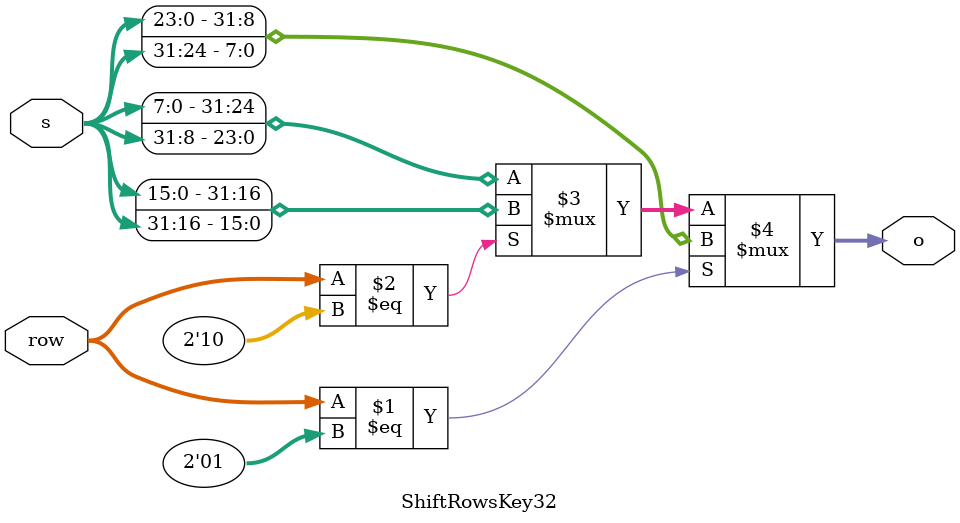
<source format=v>
module ShiftRowsKey32(s, row, o);
input [31:0] s;
input[1:0] row;
output [31:0] o;
assign o[31:0] = (row==1)? {s[23:0], s[31:24]} :
					  (row==2)? {s[15:0], s[31:16]} : {s[7:0], s[31:8]};
endmodule 
</source>
